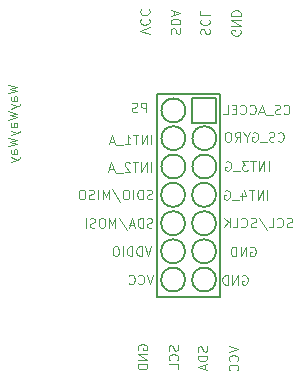
<source format=gbr>
%TF.GenerationSoftware,KiCad,Pcbnew,7.0.9*%
%TF.CreationDate,2024-01-29T17:54:31+11:00*%
%TF.ProjectId,BMI088_IMU_PCB,424d4930-3838-45f4-994d-555f5043422e,rev?*%
%TF.SameCoordinates,Original*%
%TF.FileFunction,Legend,Bot*%
%TF.FilePolarity,Positive*%
%FSLAX46Y46*%
G04 Gerber Fmt 4.6, Leading zero omitted, Abs format (unit mm)*
G04 Created by KiCad (PCBNEW 7.0.9) date 2024-01-29 17:54:31*
%MOMM*%
%LPD*%
G01*
G04 APERTURE LIST*
%ADD10C,0.100000*%
%ADD11C,0.150000*%
G04 APERTURE END LIST*
D10*
X52576895Y-46690074D02*
X53376895Y-46880550D01*
X53376895Y-46880550D02*
X52805466Y-47032931D01*
X52805466Y-47032931D02*
X53376895Y-47185312D01*
X53376895Y-47185312D02*
X52576895Y-47375789D01*
X53376895Y-48023408D02*
X52957847Y-48023408D01*
X52957847Y-48023408D02*
X52881657Y-47985313D01*
X52881657Y-47985313D02*
X52843561Y-47909122D01*
X52843561Y-47909122D02*
X52843561Y-47756741D01*
X52843561Y-47756741D02*
X52881657Y-47680551D01*
X53338800Y-48023408D02*
X53376895Y-47947217D01*
X53376895Y-47947217D02*
X53376895Y-47756741D01*
X53376895Y-47756741D02*
X53338800Y-47680551D01*
X53338800Y-47680551D02*
X53262609Y-47642455D01*
X53262609Y-47642455D02*
X53186419Y-47642455D01*
X53186419Y-47642455D02*
X53110228Y-47680551D01*
X53110228Y-47680551D02*
X53072133Y-47756741D01*
X53072133Y-47756741D02*
X53072133Y-47947217D01*
X53072133Y-47947217D02*
X53034038Y-48023408D01*
X52843561Y-48328170D02*
X53376895Y-48518646D01*
X52843561Y-48709123D02*
X53376895Y-48518646D01*
X53376895Y-48518646D02*
X53567371Y-48442456D01*
X53567371Y-48442456D02*
X53605466Y-48404361D01*
X53605466Y-48404361D02*
X53643561Y-48328170D01*
X52576895Y-48937694D02*
X53376895Y-49128170D01*
X53376895Y-49128170D02*
X52805466Y-49280551D01*
X52805466Y-49280551D02*
X53376895Y-49432932D01*
X53376895Y-49432932D02*
X52576895Y-49623409D01*
X53376895Y-50271028D02*
X52957847Y-50271028D01*
X52957847Y-50271028D02*
X52881657Y-50232933D01*
X52881657Y-50232933D02*
X52843561Y-50156742D01*
X52843561Y-50156742D02*
X52843561Y-50004361D01*
X52843561Y-50004361D02*
X52881657Y-49928171D01*
X53338800Y-50271028D02*
X53376895Y-50194837D01*
X53376895Y-50194837D02*
X53376895Y-50004361D01*
X53376895Y-50004361D02*
X53338800Y-49928171D01*
X53338800Y-49928171D02*
X53262609Y-49890075D01*
X53262609Y-49890075D02*
X53186419Y-49890075D01*
X53186419Y-49890075D02*
X53110228Y-49928171D01*
X53110228Y-49928171D02*
X53072133Y-50004361D01*
X53072133Y-50004361D02*
X53072133Y-50194837D01*
X53072133Y-50194837D02*
X53034038Y-50271028D01*
X52843561Y-50575790D02*
X53376895Y-50766266D01*
X52843561Y-50956743D02*
X53376895Y-50766266D01*
X53376895Y-50766266D02*
X53567371Y-50690076D01*
X53567371Y-50690076D02*
X53605466Y-50651981D01*
X53605466Y-50651981D02*
X53643561Y-50575790D01*
X52576895Y-51185314D02*
X53376895Y-51375790D01*
X53376895Y-51375790D02*
X52805466Y-51528171D01*
X52805466Y-51528171D02*
X53376895Y-51680552D01*
X53376895Y-51680552D02*
X52576895Y-51871029D01*
X53376895Y-52518648D02*
X52957847Y-52518648D01*
X52957847Y-52518648D02*
X52881657Y-52480553D01*
X52881657Y-52480553D02*
X52843561Y-52404362D01*
X52843561Y-52404362D02*
X52843561Y-52251981D01*
X52843561Y-52251981D02*
X52881657Y-52175791D01*
X53338800Y-52518648D02*
X53376895Y-52442457D01*
X53376895Y-52442457D02*
X53376895Y-52251981D01*
X53376895Y-52251981D02*
X53338800Y-52175791D01*
X53338800Y-52175791D02*
X53262609Y-52137695D01*
X53262609Y-52137695D02*
X53186419Y-52137695D01*
X53186419Y-52137695D02*
X53110228Y-52175791D01*
X53110228Y-52175791D02*
X53072133Y-52251981D01*
X53072133Y-52251981D02*
X53072133Y-52442457D01*
X53072133Y-52442457D02*
X53034038Y-52518648D01*
X52843561Y-52823410D02*
X53376895Y-53013886D01*
X52843561Y-53204363D02*
X53376895Y-53013886D01*
X53376895Y-53013886D02*
X53567371Y-52937696D01*
X53567371Y-52937696D02*
X53605466Y-52899601D01*
X53605466Y-52899601D02*
X53643561Y-52823410D01*
D11*
X67587423Y-56000000D02*
G75*
G03*
X67587423Y-56000000I-1012423J0D01*
G01*
X70212423Y-58400000D02*
G75*
G03*
X70212423Y-58400000I-1012423J0D01*
G01*
X67612423Y-48850000D02*
G75*
G03*
X67612423Y-48850000I-1012423J0D01*
G01*
X67587423Y-58400000D02*
G75*
G03*
X67587423Y-58400000I-1012423J0D01*
G01*
X67587423Y-63175000D02*
G75*
G03*
X67587423Y-63175000I-1012423J0D01*
G01*
X70237423Y-51200000D02*
G75*
G03*
X70237423Y-51200000I-1012423J0D01*
G01*
X70237423Y-53600000D02*
G75*
G03*
X70237423Y-53600000I-1012423J0D01*
G01*
X68150000Y-47810000D02*
X70250000Y-47810000D01*
X70250000Y-49890000D01*
X68150000Y-49890000D01*
X68150000Y-47810000D01*
X70212423Y-56000000D02*
G75*
G03*
X70212423Y-56000000I-1012423J0D01*
G01*
X67612423Y-51200000D02*
G75*
G03*
X67612423Y-51200000I-1012423J0D01*
G01*
X65225000Y-47450000D02*
X70575000Y-47450000D01*
X70575000Y-64675000D01*
X65225000Y-64675000D01*
X65225000Y-47450000D01*
X70212423Y-63175000D02*
G75*
G03*
X70212423Y-63175000I-1012423J0D01*
G01*
X67612423Y-53600000D02*
G75*
G03*
X67612423Y-53600000I-1012423J0D01*
G01*
X70212423Y-60775000D02*
G75*
G03*
X70212423Y-60775000I-1012423J0D01*
G01*
X67587423Y-60775000D02*
G75*
G03*
X67587423Y-60775000I-1012423J0D01*
G01*
D10*
X64713734Y-54046895D02*
X64713734Y-53246895D01*
X64332782Y-54046895D02*
X64332782Y-53246895D01*
X64332782Y-53246895D02*
X63875639Y-54046895D01*
X63875639Y-54046895D02*
X63875639Y-53246895D01*
X63608973Y-53246895D02*
X63151830Y-53246895D01*
X63380402Y-54046895D02*
X63380402Y-53246895D01*
X62923259Y-53323085D02*
X62885163Y-53284990D01*
X62885163Y-53284990D02*
X62808973Y-53246895D01*
X62808973Y-53246895D02*
X62618497Y-53246895D01*
X62618497Y-53246895D02*
X62542306Y-53284990D01*
X62542306Y-53284990D02*
X62504211Y-53323085D01*
X62504211Y-53323085D02*
X62466116Y-53399276D01*
X62466116Y-53399276D02*
X62466116Y-53475466D01*
X62466116Y-53475466D02*
X62504211Y-53589752D01*
X62504211Y-53589752D02*
X62961354Y-54046895D01*
X62961354Y-54046895D02*
X62466116Y-54046895D01*
X62313735Y-54123085D02*
X61704211Y-54123085D01*
X61551830Y-53818323D02*
X61170877Y-53818323D01*
X61628020Y-54046895D02*
X61361353Y-53246895D01*
X61361353Y-53246895D02*
X61094687Y-54046895D01*
X74563734Y-56396895D02*
X74563734Y-55596895D01*
X74182782Y-56396895D02*
X74182782Y-55596895D01*
X74182782Y-55596895D02*
X73725639Y-56396895D01*
X73725639Y-56396895D02*
X73725639Y-55596895D01*
X73458973Y-55596895D02*
X73001830Y-55596895D01*
X73230402Y-56396895D02*
X73230402Y-55596895D01*
X72392306Y-55863561D02*
X72392306Y-56396895D01*
X72582782Y-55558800D02*
X72773259Y-56130228D01*
X72773259Y-56130228D02*
X72278020Y-56130228D01*
X72163735Y-56473085D02*
X71554211Y-56473085D01*
X70944687Y-55634990D02*
X71020877Y-55596895D01*
X71020877Y-55596895D02*
X71135163Y-55596895D01*
X71135163Y-55596895D02*
X71249449Y-55634990D01*
X71249449Y-55634990D02*
X71325639Y-55711180D01*
X71325639Y-55711180D02*
X71363734Y-55787371D01*
X71363734Y-55787371D02*
X71401830Y-55939752D01*
X71401830Y-55939752D02*
X71401830Y-56054038D01*
X71401830Y-56054038D02*
X71363734Y-56206419D01*
X71363734Y-56206419D02*
X71325639Y-56282609D01*
X71325639Y-56282609D02*
X71249449Y-56358800D01*
X71249449Y-56358800D02*
X71135163Y-56396895D01*
X71135163Y-56396895D02*
X71058972Y-56396895D01*
X71058972Y-56396895D02*
X70944687Y-56358800D01*
X70944687Y-56358800D02*
X70906591Y-56320704D01*
X70906591Y-56320704D02*
X70906591Y-56054038D01*
X70906591Y-56054038D02*
X71058972Y-56054038D01*
X64583104Y-42358020D02*
X63783104Y-42091353D01*
X63783104Y-42091353D02*
X64583104Y-41824687D01*
X63859295Y-41100877D02*
X63821200Y-41138973D01*
X63821200Y-41138973D02*
X63783104Y-41253258D01*
X63783104Y-41253258D02*
X63783104Y-41329449D01*
X63783104Y-41329449D02*
X63821200Y-41443735D01*
X63821200Y-41443735D02*
X63897390Y-41519925D01*
X63897390Y-41519925D02*
X63973580Y-41558020D01*
X63973580Y-41558020D02*
X64125961Y-41596116D01*
X64125961Y-41596116D02*
X64240247Y-41596116D01*
X64240247Y-41596116D02*
X64392628Y-41558020D01*
X64392628Y-41558020D02*
X64468819Y-41519925D01*
X64468819Y-41519925D02*
X64545009Y-41443735D01*
X64545009Y-41443735D02*
X64583104Y-41329449D01*
X64583104Y-41329449D02*
X64583104Y-41253258D01*
X64583104Y-41253258D02*
X64545009Y-41138973D01*
X64545009Y-41138973D02*
X64506914Y-41100877D01*
X63859295Y-40300877D02*
X63821200Y-40338973D01*
X63821200Y-40338973D02*
X63783104Y-40453258D01*
X63783104Y-40453258D02*
X63783104Y-40529449D01*
X63783104Y-40529449D02*
X63821200Y-40643735D01*
X63821200Y-40643735D02*
X63897390Y-40719925D01*
X63897390Y-40719925D02*
X63973580Y-40758020D01*
X63973580Y-40758020D02*
X64125961Y-40796116D01*
X64125961Y-40796116D02*
X64240247Y-40796116D01*
X64240247Y-40796116D02*
X64392628Y-40758020D01*
X64392628Y-40758020D02*
X64468819Y-40719925D01*
X64468819Y-40719925D02*
X64545009Y-40643735D01*
X64545009Y-40643735D02*
X64583104Y-40529449D01*
X64583104Y-40529449D02*
X64583104Y-40453258D01*
X64583104Y-40453258D02*
X64545009Y-40338973D01*
X64545009Y-40338973D02*
X64506914Y-40300877D01*
X69438800Y-68818169D02*
X69476895Y-68932455D01*
X69476895Y-68932455D02*
X69476895Y-69122931D01*
X69476895Y-69122931D02*
X69438800Y-69199122D01*
X69438800Y-69199122D02*
X69400704Y-69237217D01*
X69400704Y-69237217D02*
X69324514Y-69275312D01*
X69324514Y-69275312D02*
X69248323Y-69275312D01*
X69248323Y-69275312D02*
X69172133Y-69237217D01*
X69172133Y-69237217D02*
X69134038Y-69199122D01*
X69134038Y-69199122D02*
X69095942Y-69122931D01*
X69095942Y-69122931D02*
X69057847Y-68970550D01*
X69057847Y-68970550D02*
X69019752Y-68894360D01*
X69019752Y-68894360D02*
X68981657Y-68856265D01*
X68981657Y-68856265D02*
X68905466Y-68818169D01*
X68905466Y-68818169D02*
X68829276Y-68818169D01*
X68829276Y-68818169D02*
X68753085Y-68856265D01*
X68753085Y-68856265D02*
X68714990Y-68894360D01*
X68714990Y-68894360D02*
X68676895Y-68970550D01*
X68676895Y-68970550D02*
X68676895Y-69161027D01*
X68676895Y-69161027D02*
X68714990Y-69275312D01*
X69476895Y-69618170D02*
X68676895Y-69618170D01*
X68676895Y-69618170D02*
X68676895Y-69808646D01*
X68676895Y-69808646D02*
X68714990Y-69922932D01*
X68714990Y-69922932D02*
X68791180Y-69999122D01*
X68791180Y-69999122D02*
X68867371Y-70037217D01*
X68867371Y-70037217D02*
X69019752Y-70075313D01*
X69019752Y-70075313D02*
X69134038Y-70075313D01*
X69134038Y-70075313D02*
X69286419Y-70037217D01*
X69286419Y-70037217D02*
X69362609Y-69999122D01*
X69362609Y-69999122D02*
X69438800Y-69922932D01*
X69438800Y-69922932D02*
X69476895Y-69808646D01*
X69476895Y-69808646D02*
X69476895Y-69618170D01*
X69248323Y-70380074D02*
X69248323Y-70761027D01*
X69476895Y-70303884D02*
X68676895Y-70570551D01*
X68676895Y-70570551D02*
X69476895Y-70837217D01*
X71296895Y-68801979D02*
X72096895Y-69068646D01*
X72096895Y-69068646D02*
X71296895Y-69335312D01*
X72020704Y-70059122D02*
X72058800Y-70021026D01*
X72058800Y-70021026D02*
X72096895Y-69906741D01*
X72096895Y-69906741D02*
X72096895Y-69830550D01*
X72096895Y-69830550D02*
X72058800Y-69716264D01*
X72058800Y-69716264D02*
X71982609Y-69640074D01*
X71982609Y-69640074D02*
X71906419Y-69601979D01*
X71906419Y-69601979D02*
X71754038Y-69563883D01*
X71754038Y-69563883D02*
X71639752Y-69563883D01*
X71639752Y-69563883D02*
X71487371Y-69601979D01*
X71487371Y-69601979D02*
X71411180Y-69640074D01*
X71411180Y-69640074D02*
X71334990Y-69716264D01*
X71334990Y-69716264D02*
X71296895Y-69830550D01*
X71296895Y-69830550D02*
X71296895Y-69906741D01*
X71296895Y-69906741D02*
X71334990Y-70021026D01*
X71334990Y-70021026D02*
X71373085Y-70059122D01*
X72020704Y-70859122D02*
X72058800Y-70821026D01*
X72058800Y-70821026D02*
X72096895Y-70706741D01*
X72096895Y-70706741D02*
X72096895Y-70630550D01*
X72096895Y-70630550D02*
X72058800Y-70516264D01*
X72058800Y-70516264D02*
X71982609Y-70440074D01*
X71982609Y-70440074D02*
X71906419Y-70401979D01*
X71906419Y-70401979D02*
X71754038Y-70363883D01*
X71754038Y-70363883D02*
X71639752Y-70363883D01*
X71639752Y-70363883D02*
X71487371Y-70401979D01*
X71487371Y-70401979D02*
X71411180Y-70440074D01*
X71411180Y-70440074D02*
X71334990Y-70516264D01*
X71334990Y-70516264D02*
X71296895Y-70630550D01*
X71296895Y-70630550D02*
X71296895Y-70706741D01*
X71296895Y-70706741D02*
X71334990Y-70821026D01*
X71334990Y-70821026D02*
X71373085Y-70859122D01*
X64821830Y-58733800D02*
X64707544Y-58771895D01*
X64707544Y-58771895D02*
X64517068Y-58771895D01*
X64517068Y-58771895D02*
X64440877Y-58733800D01*
X64440877Y-58733800D02*
X64402782Y-58695704D01*
X64402782Y-58695704D02*
X64364687Y-58619514D01*
X64364687Y-58619514D02*
X64364687Y-58543323D01*
X64364687Y-58543323D02*
X64402782Y-58467133D01*
X64402782Y-58467133D02*
X64440877Y-58429038D01*
X64440877Y-58429038D02*
X64517068Y-58390942D01*
X64517068Y-58390942D02*
X64669449Y-58352847D01*
X64669449Y-58352847D02*
X64745639Y-58314752D01*
X64745639Y-58314752D02*
X64783734Y-58276657D01*
X64783734Y-58276657D02*
X64821830Y-58200466D01*
X64821830Y-58200466D02*
X64821830Y-58124276D01*
X64821830Y-58124276D02*
X64783734Y-58048085D01*
X64783734Y-58048085D02*
X64745639Y-58009990D01*
X64745639Y-58009990D02*
X64669449Y-57971895D01*
X64669449Y-57971895D02*
X64478972Y-57971895D01*
X64478972Y-57971895D02*
X64364687Y-58009990D01*
X64021829Y-58771895D02*
X64021829Y-57971895D01*
X64021829Y-57971895D02*
X63831353Y-57971895D01*
X63831353Y-57971895D02*
X63717067Y-58009990D01*
X63717067Y-58009990D02*
X63640877Y-58086180D01*
X63640877Y-58086180D02*
X63602782Y-58162371D01*
X63602782Y-58162371D02*
X63564686Y-58314752D01*
X63564686Y-58314752D02*
X63564686Y-58429038D01*
X63564686Y-58429038D02*
X63602782Y-58581419D01*
X63602782Y-58581419D02*
X63640877Y-58657609D01*
X63640877Y-58657609D02*
X63717067Y-58733800D01*
X63717067Y-58733800D02*
X63831353Y-58771895D01*
X63831353Y-58771895D02*
X64021829Y-58771895D01*
X63259925Y-58543323D02*
X62878972Y-58543323D01*
X63336115Y-58771895D02*
X63069448Y-57971895D01*
X63069448Y-57971895D02*
X62802782Y-58771895D01*
X61964687Y-57933800D02*
X62650401Y-58962371D01*
X61698020Y-58771895D02*
X61698020Y-57971895D01*
X61698020Y-57971895D02*
X61431354Y-58543323D01*
X61431354Y-58543323D02*
X61164687Y-57971895D01*
X61164687Y-57971895D02*
X61164687Y-58771895D01*
X60631353Y-57971895D02*
X60478972Y-57971895D01*
X60478972Y-57971895D02*
X60402782Y-58009990D01*
X60402782Y-58009990D02*
X60326591Y-58086180D01*
X60326591Y-58086180D02*
X60288496Y-58238561D01*
X60288496Y-58238561D02*
X60288496Y-58505228D01*
X60288496Y-58505228D02*
X60326591Y-58657609D01*
X60326591Y-58657609D02*
X60402782Y-58733800D01*
X60402782Y-58733800D02*
X60478972Y-58771895D01*
X60478972Y-58771895D02*
X60631353Y-58771895D01*
X60631353Y-58771895D02*
X60707544Y-58733800D01*
X60707544Y-58733800D02*
X60783734Y-58657609D01*
X60783734Y-58657609D02*
X60821830Y-58505228D01*
X60821830Y-58505228D02*
X60821830Y-58238561D01*
X60821830Y-58238561D02*
X60783734Y-58086180D01*
X60783734Y-58086180D02*
X60707544Y-58009990D01*
X60707544Y-58009990D02*
X60631353Y-57971895D01*
X59983735Y-58733800D02*
X59869449Y-58771895D01*
X59869449Y-58771895D02*
X59678973Y-58771895D01*
X59678973Y-58771895D02*
X59602782Y-58733800D01*
X59602782Y-58733800D02*
X59564687Y-58695704D01*
X59564687Y-58695704D02*
X59526592Y-58619514D01*
X59526592Y-58619514D02*
X59526592Y-58543323D01*
X59526592Y-58543323D02*
X59564687Y-58467133D01*
X59564687Y-58467133D02*
X59602782Y-58429038D01*
X59602782Y-58429038D02*
X59678973Y-58390942D01*
X59678973Y-58390942D02*
X59831354Y-58352847D01*
X59831354Y-58352847D02*
X59907544Y-58314752D01*
X59907544Y-58314752D02*
X59945639Y-58276657D01*
X59945639Y-58276657D02*
X59983735Y-58200466D01*
X59983735Y-58200466D02*
X59983735Y-58124276D01*
X59983735Y-58124276D02*
X59945639Y-58048085D01*
X59945639Y-58048085D02*
X59907544Y-58009990D01*
X59907544Y-58009990D02*
X59831354Y-57971895D01*
X59831354Y-57971895D02*
X59640877Y-57971895D01*
X59640877Y-57971895D02*
X59526592Y-58009990D01*
X59183734Y-58771895D02*
X59183734Y-57971895D01*
X72275009Y-42054687D02*
X72313104Y-42130877D01*
X72313104Y-42130877D02*
X72313104Y-42245163D01*
X72313104Y-42245163D02*
X72275009Y-42359449D01*
X72275009Y-42359449D02*
X72198819Y-42435639D01*
X72198819Y-42435639D02*
X72122628Y-42473734D01*
X72122628Y-42473734D02*
X71970247Y-42511830D01*
X71970247Y-42511830D02*
X71855961Y-42511830D01*
X71855961Y-42511830D02*
X71703580Y-42473734D01*
X71703580Y-42473734D02*
X71627390Y-42435639D01*
X71627390Y-42435639D02*
X71551200Y-42359449D01*
X71551200Y-42359449D02*
X71513104Y-42245163D01*
X71513104Y-42245163D02*
X71513104Y-42168972D01*
X71513104Y-42168972D02*
X71551200Y-42054687D01*
X71551200Y-42054687D02*
X71589295Y-42016591D01*
X71589295Y-42016591D02*
X71855961Y-42016591D01*
X71855961Y-42016591D02*
X71855961Y-42168972D01*
X71513104Y-41673734D02*
X72313104Y-41673734D01*
X72313104Y-41673734D02*
X71513104Y-41216591D01*
X71513104Y-41216591D02*
X72313104Y-41216591D01*
X71513104Y-40835639D02*
X72313104Y-40835639D01*
X72313104Y-40835639D02*
X72313104Y-40645163D01*
X72313104Y-40645163D02*
X72275009Y-40530877D01*
X72275009Y-40530877D02*
X72198819Y-40454687D01*
X72198819Y-40454687D02*
X72122628Y-40416592D01*
X72122628Y-40416592D02*
X71970247Y-40378496D01*
X71970247Y-40378496D02*
X71855961Y-40378496D01*
X71855961Y-40378496D02*
X71703580Y-40416592D01*
X71703580Y-40416592D02*
X71627390Y-40454687D01*
X71627390Y-40454687D02*
X71551200Y-40530877D01*
X71551200Y-40530877D02*
X71513104Y-40645163D01*
X71513104Y-40645163D02*
X71513104Y-40835639D01*
X64743734Y-51731895D02*
X64743734Y-50931895D01*
X64362782Y-51731895D02*
X64362782Y-50931895D01*
X64362782Y-50931895D02*
X63905639Y-51731895D01*
X63905639Y-51731895D02*
X63905639Y-50931895D01*
X63638973Y-50931895D02*
X63181830Y-50931895D01*
X63410402Y-51731895D02*
X63410402Y-50931895D01*
X62496116Y-51731895D02*
X62953259Y-51731895D01*
X62724687Y-51731895D02*
X62724687Y-50931895D01*
X62724687Y-50931895D02*
X62800878Y-51046180D01*
X62800878Y-51046180D02*
X62877068Y-51122371D01*
X62877068Y-51122371D02*
X62953259Y-51160466D01*
X62343735Y-51808085D02*
X61734211Y-51808085D01*
X61581830Y-51503323D02*
X61200877Y-51503323D01*
X61658020Y-51731895D02*
X61391353Y-50931895D01*
X61391353Y-50931895D02*
X61124687Y-51731895D01*
X64883020Y-62771895D02*
X64616353Y-63571895D01*
X64616353Y-63571895D02*
X64349687Y-62771895D01*
X63625877Y-63495704D02*
X63663973Y-63533800D01*
X63663973Y-63533800D02*
X63778258Y-63571895D01*
X63778258Y-63571895D02*
X63854449Y-63571895D01*
X63854449Y-63571895D02*
X63968735Y-63533800D01*
X63968735Y-63533800D02*
X64044925Y-63457609D01*
X64044925Y-63457609D02*
X64083020Y-63381419D01*
X64083020Y-63381419D02*
X64121116Y-63229038D01*
X64121116Y-63229038D02*
X64121116Y-63114752D01*
X64121116Y-63114752D02*
X64083020Y-62962371D01*
X64083020Y-62962371D02*
X64044925Y-62886180D01*
X64044925Y-62886180D02*
X63968735Y-62809990D01*
X63968735Y-62809990D02*
X63854449Y-62771895D01*
X63854449Y-62771895D02*
X63778258Y-62771895D01*
X63778258Y-62771895D02*
X63663973Y-62809990D01*
X63663973Y-62809990D02*
X63625877Y-62848085D01*
X62825877Y-63495704D02*
X62863973Y-63533800D01*
X62863973Y-63533800D02*
X62978258Y-63571895D01*
X62978258Y-63571895D02*
X63054449Y-63571895D01*
X63054449Y-63571895D02*
X63168735Y-63533800D01*
X63168735Y-63533800D02*
X63244925Y-63457609D01*
X63244925Y-63457609D02*
X63283020Y-63381419D01*
X63283020Y-63381419D02*
X63321116Y-63229038D01*
X63321116Y-63229038D02*
X63321116Y-63114752D01*
X63321116Y-63114752D02*
X63283020Y-62962371D01*
X63283020Y-62962371D02*
X63244925Y-62886180D01*
X63244925Y-62886180D02*
X63168735Y-62809990D01*
X63168735Y-62809990D02*
X63054449Y-62771895D01*
X63054449Y-62771895D02*
X62978258Y-62771895D01*
X62978258Y-62771895D02*
X62863973Y-62809990D01*
X62863973Y-62809990D02*
X62825877Y-62848085D01*
X75936591Y-49100704D02*
X75974687Y-49138800D01*
X75974687Y-49138800D02*
X76088972Y-49176895D01*
X76088972Y-49176895D02*
X76165163Y-49176895D01*
X76165163Y-49176895D02*
X76279449Y-49138800D01*
X76279449Y-49138800D02*
X76355639Y-49062609D01*
X76355639Y-49062609D02*
X76393734Y-48986419D01*
X76393734Y-48986419D02*
X76431830Y-48834038D01*
X76431830Y-48834038D02*
X76431830Y-48719752D01*
X76431830Y-48719752D02*
X76393734Y-48567371D01*
X76393734Y-48567371D02*
X76355639Y-48491180D01*
X76355639Y-48491180D02*
X76279449Y-48414990D01*
X76279449Y-48414990D02*
X76165163Y-48376895D01*
X76165163Y-48376895D02*
X76088972Y-48376895D01*
X76088972Y-48376895D02*
X75974687Y-48414990D01*
X75974687Y-48414990D02*
X75936591Y-48453085D01*
X75631830Y-49138800D02*
X75517544Y-49176895D01*
X75517544Y-49176895D02*
X75327068Y-49176895D01*
X75327068Y-49176895D02*
X75250877Y-49138800D01*
X75250877Y-49138800D02*
X75212782Y-49100704D01*
X75212782Y-49100704D02*
X75174687Y-49024514D01*
X75174687Y-49024514D02*
X75174687Y-48948323D01*
X75174687Y-48948323D02*
X75212782Y-48872133D01*
X75212782Y-48872133D02*
X75250877Y-48834038D01*
X75250877Y-48834038D02*
X75327068Y-48795942D01*
X75327068Y-48795942D02*
X75479449Y-48757847D01*
X75479449Y-48757847D02*
X75555639Y-48719752D01*
X75555639Y-48719752D02*
X75593734Y-48681657D01*
X75593734Y-48681657D02*
X75631830Y-48605466D01*
X75631830Y-48605466D02*
X75631830Y-48529276D01*
X75631830Y-48529276D02*
X75593734Y-48453085D01*
X75593734Y-48453085D02*
X75555639Y-48414990D01*
X75555639Y-48414990D02*
X75479449Y-48376895D01*
X75479449Y-48376895D02*
X75288972Y-48376895D01*
X75288972Y-48376895D02*
X75174687Y-48414990D01*
X75022306Y-49253085D02*
X74412782Y-49253085D01*
X74260401Y-48948323D02*
X73879448Y-48948323D01*
X74336591Y-49176895D02*
X74069924Y-48376895D01*
X74069924Y-48376895D02*
X73803258Y-49176895D01*
X73079448Y-49100704D02*
X73117544Y-49138800D01*
X73117544Y-49138800D02*
X73231829Y-49176895D01*
X73231829Y-49176895D02*
X73308020Y-49176895D01*
X73308020Y-49176895D02*
X73422306Y-49138800D01*
X73422306Y-49138800D02*
X73498496Y-49062609D01*
X73498496Y-49062609D02*
X73536591Y-48986419D01*
X73536591Y-48986419D02*
X73574687Y-48834038D01*
X73574687Y-48834038D02*
X73574687Y-48719752D01*
X73574687Y-48719752D02*
X73536591Y-48567371D01*
X73536591Y-48567371D02*
X73498496Y-48491180D01*
X73498496Y-48491180D02*
X73422306Y-48414990D01*
X73422306Y-48414990D02*
X73308020Y-48376895D01*
X73308020Y-48376895D02*
X73231829Y-48376895D01*
X73231829Y-48376895D02*
X73117544Y-48414990D01*
X73117544Y-48414990D02*
X73079448Y-48453085D01*
X72279448Y-49100704D02*
X72317544Y-49138800D01*
X72317544Y-49138800D02*
X72431829Y-49176895D01*
X72431829Y-49176895D02*
X72508020Y-49176895D01*
X72508020Y-49176895D02*
X72622306Y-49138800D01*
X72622306Y-49138800D02*
X72698496Y-49062609D01*
X72698496Y-49062609D02*
X72736591Y-48986419D01*
X72736591Y-48986419D02*
X72774687Y-48834038D01*
X72774687Y-48834038D02*
X72774687Y-48719752D01*
X72774687Y-48719752D02*
X72736591Y-48567371D01*
X72736591Y-48567371D02*
X72698496Y-48491180D01*
X72698496Y-48491180D02*
X72622306Y-48414990D01*
X72622306Y-48414990D02*
X72508020Y-48376895D01*
X72508020Y-48376895D02*
X72431829Y-48376895D01*
X72431829Y-48376895D02*
X72317544Y-48414990D01*
X72317544Y-48414990D02*
X72279448Y-48453085D01*
X71936591Y-48757847D02*
X71669925Y-48757847D01*
X71555639Y-49176895D02*
X71936591Y-49176895D01*
X71936591Y-49176895D02*
X71936591Y-48376895D01*
X71936591Y-48376895D02*
X71555639Y-48376895D01*
X70831829Y-49176895D02*
X71212781Y-49176895D01*
X71212781Y-49176895D02*
X71212781Y-48376895D01*
X73124687Y-60424990D02*
X73200877Y-60386895D01*
X73200877Y-60386895D02*
X73315163Y-60386895D01*
X73315163Y-60386895D02*
X73429449Y-60424990D01*
X73429449Y-60424990D02*
X73505639Y-60501180D01*
X73505639Y-60501180D02*
X73543734Y-60577371D01*
X73543734Y-60577371D02*
X73581830Y-60729752D01*
X73581830Y-60729752D02*
X73581830Y-60844038D01*
X73581830Y-60844038D02*
X73543734Y-60996419D01*
X73543734Y-60996419D02*
X73505639Y-61072609D01*
X73505639Y-61072609D02*
X73429449Y-61148800D01*
X73429449Y-61148800D02*
X73315163Y-61186895D01*
X73315163Y-61186895D02*
X73238972Y-61186895D01*
X73238972Y-61186895D02*
X73124687Y-61148800D01*
X73124687Y-61148800D02*
X73086591Y-61110704D01*
X73086591Y-61110704D02*
X73086591Y-60844038D01*
X73086591Y-60844038D02*
X73238972Y-60844038D01*
X72743734Y-61186895D02*
X72743734Y-60386895D01*
X72743734Y-60386895D02*
X72286591Y-61186895D01*
X72286591Y-61186895D02*
X72286591Y-60386895D01*
X71905639Y-61186895D02*
X71905639Y-60386895D01*
X71905639Y-60386895D02*
X71715163Y-60386895D01*
X71715163Y-60386895D02*
X71600877Y-60424990D01*
X71600877Y-60424990D02*
X71524687Y-60501180D01*
X71524687Y-60501180D02*
X71486592Y-60577371D01*
X71486592Y-60577371D02*
X71448496Y-60729752D01*
X71448496Y-60729752D02*
X71448496Y-60844038D01*
X71448496Y-60844038D02*
X71486592Y-60996419D01*
X71486592Y-60996419D02*
X71524687Y-61072609D01*
X71524687Y-61072609D02*
X71600877Y-61148800D01*
X71600877Y-61148800D02*
X71715163Y-61186895D01*
X71715163Y-61186895D02*
X71905639Y-61186895D01*
X64791830Y-56340800D02*
X64677544Y-56378895D01*
X64677544Y-56378895D02*
X64487068Y-56378895D01*
X64487068Y-56378895D02*
X64410877Y-56340800D01*
X64410877Y-56340800D02*
X64372782Y-56302704D01*
X64372782Y-56302704D02*
X64334687Y-56226514D01*
X64334687Y-56226514D02*
X64334687Y-56150323D01*
X64334687Y-56150323D02*
X64372782Y-56074133D01*
X64372782Y-56074133D02*
X64410877Y-56036038D01*
X64410877Y-56036038D02*
X64487068Y-55997942D01*
X64487068Y-55997942D02*
X64639449Y-55959847D01*
X64639449Y-55959847D02*
X64715639Y-55921752D01*
X64715639Y-55921752D02*
X64753734Y-55883657D01*
X64753734Y-55883657D02*
X64791830Y-55807466D01*
X64791830Y-55807466D02*
X64791830Y-55731276D01*
X64791830Y-55731276D02*
X64753734Y-55655085D01*
X64753734Y-55655085D02*
X64715639Y-55616990D01*
X64715639Y-55616990D02*
X64639449Y-55578895D01*
X64639449Y-55578895D02*
X64448972Y-55578895D01*
X64448972Y-55578895D02*
X64334687Y-55616990D01*
X63991829Y-56378895D02*
X63991829Y-55578895D01*
X63991829Y-55578895D02*
X63801353Y-55578895D01*
X63801353Y-55578895D02*
X63687067Y-55616990D01*
X63687067Y-55616990D02*
X63610877Y-55693180D01*
X63610877Y-55693180D02*
X63572782Y-55769371D01*
X63572782Y-55769371D02*
X63534686Y-55921752D01*
X63534686Y-55921752D02*
X63534686Y-56036038D01*
X63534686Y-56036038D02*
X63572782Y-56188419D01*
X63572782Y-56188419D02*
X63610877Y-56264609D01*
X63610877Y-56264609D02*
X63687067Y-56340800D01*
X63687067Y-56340800D02*
X63801353Y-56378895D01*
X63801353Y-56378895D02*
X63991829Y-56378895D01*
X63191829Y-56378895D02*
X63191829Y-55578895D01*
X62658496Y-55578895D02*
X62506115Y-55578895D01*
X62506115Y-55578895D02*
X62429925Y-55616990D01*
X62429925Y-55616990D02*
X62353734Y-55693180D01*
X62353734Y-55693180D02*
X62315639Y-55845561D01*
X62315639Y-55845561D02*
X62315639Y-56112228D01*
X62315639Y-56112228D02*
X62353734Y-56264609D01*
X62353734Y-56264609D02*
X62429925Y-56340800D01*
X62429925Y-56340800D02*
X62506115Y-56378895D01*
X62506115Y-56378895D02*
X62658496Y-56378895D01*
X62658496Y-56378895D02*
X62734687Y-56340800D01*
X62734687Y-56340800D02*
X62810877Y-56264609D01*
X62810877Y-56264609D02*
X62848973Y-56112228D01*
X62848973Y-56112228D02*
X62848973Y-55845561D01*
X62848973Y-55845561D02*
X62810877Y-55693180D01*
X62810877Y-55693180D02*
X62734687Y-55616990D01*
X62734687Y-55616990D02*
X62658496Y-55578895D01*
X61401354Y-55540800D02*
X62087068Y-56569371D01*
X61134687Y-56378895D02*
X61134687Y-55578895D01*
X61134687Y-55578895D02*
X60868021Y-56150323D01*
X60868021Y-56150323D02*
X60601354Y-55578895D01*
X60601354Y-55578895D02*
X60601354Y-56378895D01*
X60220401Y-56378895D02*
X60220401Y-55578895D01*
X59877545Y-56340800D02*
X59763259Y-56378895D01*
X59763259Y-56378895D02*
X59572783Y-56378895D01*
X59572783Y-56378895D02*
X59496592Y-56340800D01*
X59496592Y-56340800D02*
X59458497Y-56302704D01*
X59458497Y-56302704D02*
X59420402Y-56226514D01*
X59420402Y-56226514D02*
X59420402Y-56150323D01*
X59420402Y-56150323D02*
X59458497Y-56074133D01*
X59458497Y-56074133D02*
X59496592Y-56036038D01*
X59496592Y-56036038D02*
X59572783Y-55997942D01*
X59572783Y-55997942D02*
X59725164Y-55959847D01*
X59725164Y-55959847D02*
X59801354Y-55921752D01*
X59801354Y-55921752D02*
X59839449Y-55883657D01*
X59839449Y-55883657D02*
X59877545Y-55807466D01*
X59877545Y-55807466D02*
X59877545Y-55731276D01*
X59877545Y-55731276D02*
X59839449Y-55655085D01*
X59839449Y-55655085D02*
X59801354Y-55616990D01*
X59801354Y-55616990D02*
X59725164Y-55578895D01*
X59725164Y-55578895D02*
X59534687Y-55578895D01*
X59534687Y-55578895D02*
X59420402Y-55616990D01*
X58925163Y-55578895D02*
X58772782Y-55578895D01*
X58772782Y-55578895D02*
X58696592Y-55616990D01*
X58696592Y-55616990D02*
X58620401Y-55693180D01*
X58620401Y-55693180D02*
X58582306Y-55845561D01*
X58582306Y-55845561D02*
X58582306Y-56112228D01*
X58582306Y-56112228D02*
X58620401Y-56264609D01*
X58620401Y-56264609D02*
X58696592Y-56340800D01*
X58696592Y-56340800D02*
X58772782Y-56378895D01*
X58772782Y-56378895D02*
X58925163Y-56378895D01*
X58925163Y-56378895D02*
X59001354Y-56340800D01*
X59001354Y-56340800D02*
X59077544Y-56264609D01*
X59077544Y-56264609D02*
X59115640Y-56112228D01*
X59115640Y-56112228D02*
X59115640Y-55845561D01*
X59115640Y-55845561D02*
X59077544Y-55693180D01*
X59077544Y-55693180D02*
X59001354Y-55616990D01*
X59001354Y-55616990D02*
X58925163Y-55578895D01*
X76661830Y-58720800D02*
X76547544Y-58758895D01*
X76547544Y-58758895D02*
X76357068Y-58758895D01*
X76357068Y-58758895D02*
X76280877Y-58720800D01*
X76280877Y-58720800D02*
X76242782Y-58682704D01*
X76242782Y-58682704D02*
X76204687Y-58606514D01*
X76204687Y-58606514D02*
X76204687Y-58530323D01*
X76204687Y-58530323D02*
X76242782Y-58454133D01*
X76242782Y-58454133D02*
X76280877Y-58416038D01*
X76280877Y-58416038D02*
X76357068Y-58377942D01*
X76357068Y-58377942D02*
X76509449Y-58339847D01*
X76509449Y-58339847D02*
X76585639Y-58301752D01*
X76585639Y-58301752D02*
X76623734Y-58263657D01*
X76623734Y-58263657D02*
X76661830Y-58187466D01*
X76661830Y-58187466D02*
X76661830Y-58111276D01*
X76661830Y-58111276D02*
X76623734Y-58035085D01*
X76623734Y-58035085D02*
X76585639Y-57996990D01*
X76585639Y-57996990D02*
X76509449Y-57958895D01*
X76509449Y-57958895D02*
X76318972Y-57958895D01*
X76318972Y-57958895D02*
X76204687Y-57996990D01*
X75404686Y-58682704D02*
X75442782Y-58720800D01*
X75442782Y-58720800D02*
X75557067Y-58758895D01*
X75557067Y-58758895D02*
X75633258Y-58758895D01*
X75633258Y-58758895D02*
X75747544Y-58720800D01*
X75747544Y-58720800D02*
X75823734Y-58644609D01*
X75823734Y-58644609D02*
X75861829Y-58568419D01*
X75861829Y-58568419D02*
X75899925Y-58416038D01*
X75899925Y-58416038D02*
X75899925Y-58301752D01*
X75899925Y-58301752D02*
X75861829Y-58149371D01*
X75861829Y-58149371D02*
X75823734Y-58073180D01*
X75823734Y-58073180D02*
X75747544Y-57996990D01*
X75747544Y-57996990D02*
X75633258Y-57958895D01*
X75633258Y-57958895D02*
X75557067Y-57958895D01*
X75557067Y-57958895D02*
X75442782Y-57996990D01*
X75442782Y-57996990D02*
X75404686Y-58035085D01*
X74680877Y-58758895D02*
X75061829Y-58758895D01*
X75061829Y-58758895D02*
X75061829Y-57958895D01*
X73842782Y-57920800D02*
X74528496Y-58949371D01*
X73614211Y-58720800D02*
X73499925Y-58758895D01*
X73499925Y-58758895D02*
X73309449Y-58758895D01*
X73309449Y-58758895D02*
X73233258Y-58720800D01*
X73233258Y-58720800D02*
X73195163Y-58682704D01*
X73195163Y-58682704D02*
X73157068Y-58606514D01*
X73157068Y-58606514D02*
X73157068Y-58530323D01*
X73157068Y-58530323D02*
X73195163Y-58454133D01*
X73195163Y-58454133D02*
X73233258Y-58416038D01*
X73233258Y-58416038D02*
X73309449Y-58377942D01*
X73309449Y-58377942D02*
X73461830Y-58339847D01*
X73461830Y-58339847D02*
X73538020Y-58301752D01*
X73538020Y-58301752D02*
X73576115Y-58263657D01*
X73576115Y-58263657D02*
X73614211Y-58187466D01*
X73614211Y-58187466D02*
X73614211Y-58111276D01*
X73614211Y-58111276D02*
X73576115Y-58035085D01*
X73576115Y-58035085D02*
X73538020Y-57996990D01*
X73538020Y-57996990D02*
X73461830Y-57958895D01*
X73461830Y-57958895D02*
X73271353Y-57958895D01*
X73271353Y-57958895D02*
X73157068Y-57996990D01*
X72357067Y-58682704D02*
X72395163Y-58720800D01*
X72395163Y-58720800D02*
X72509448Y-58758895D01*
X72509448Y-58758895D02*
X72585639Y-58758895D01*
X72585639Y-58758895D02*
X72699925Y-58720800D01*
X72699925Y-58720800D02*
X72776115Y-58644609D01*
X72776115Y-58644609D02*
X72814210Y-58568419D01*
X72814210Y-58568419D02*
X72852306Y-58416038D01*
X72852306Y-58416038D02*
X72852306Y-58301752D01*
X72852306Y-58301752D02*
X72814210Y-58149371D01*
X72814210Y-58149371D02*
X72776115Y-58073180D01*
X72776115Y-58073180D02*
X72699925Y-57996990D01*
X72699925Y-57996990D02*
X72585639Y-57958895D01*
X72585639Y-57958895D02*
X72509448Y-57958895D01*
X72509448Y-57958895D02*
X72395163Y-57996990D01*
X72395163Y-57996990D02*
X72357067Y-58035085D01*
X71633258Y-58758895D02*
X72014210Y-58758895D01*
X72014210Y-58758895D02*
X72014210Y-57958895D01*
X71366591Y-58758895D02*
X71366591Y-57958895D01*
X70909448Y-58758895D02*
X71252306Y-58301752D01*
X70909448Y-57958895D02*
X71366591Y-58416038D01*
X74663734Y-53946895D02*
X74663734Y-53146895D01*
X74282782Y-53946895D02*
X74282782Y-53146895D01*
X74282782Y-53146895D02*
X73825639Y-53946895D01*
X73825639Y-53946895D02*
X73825639Y-53146895D01*
X73558973Y-53146895D02*
X73101830Y-53146895D01*
X73330402Y-53946895D02*
X73330402Y-53146895D01*
X72911354Y-53146895D02*
X72416116Y-53146895D01*
X72416116Y-53146895D02*
X72682782Y-53451657D01*
X72682782Y-53451657D02*
X72568497Y-53451657D01*
X72568497Y-53451657D02*
X72492306Y-53489752D01*
X72492306Y-53489752D02*
X72454211Y-53527847D01*
X72454211Y-53527847D02*
X72416116Y-53604038D01*
X72416116Y-53604038D02*
X72416116Y-53794514D01*
X72416116Y-53794514D02*
X72454211Y-53870704D01*
X72454211Y-53870704D02*
X72492306Y-53908800D01*
X72492306Y-53908800D02*
X72568497Y-53946895D01*
X72568497Y-53946895D02*
X72797068Y-53946895D01*
X72797068Y-53946895D02*
X72873259Y-53908800D01*
X72873259Y-53908800D02*
X72911354Y-53870704D01*
X72263735Y-54023085D02*
X71654211Y-54023085D01*
X71044687Y-53184990D02*
X71120877Y-53146895D01*
X71120877Y-53146895D02*
X71235163Y-53146895D01*
X71235163Y-53146895D02*
X71349449Y-53184990D01*
X71349449Y-53184990D02*
X71425639Y-53261180D01*
X71425639Y-53261180D02*
X71463734Y-53337371D01*
X71463734Y-53337371D02*
X71501830Y-53489752D01*
X71501830Y-53489752D02*
X71501830Y-53604038D01*
X71501830Y-53604038D02*
X71463734Y-53756419D01*
X71463734Y-53756419D02*
X71425639Y-53832609D01*
X71425639Y-53832609D02*
X71349449Y-53908800D01*
X71349449Y-53908800D02*
X71235163Y-53946895D01*
X71235163Y-53946895D02*
X71158972Y-53946895D01*
X71158972Y-53946895D02*
X71044687Y-53908800D01*
X71044687Y-53908800D02*
X71006591Y-53870704D01*
X71006591Y-53870704D02*
X71006591Y-53604038D01*
X71006591Y-53604038D02*
X71158972Y-53604038D01*
X64728020Y-60366895D02*
X64461353Y-61166895D01*
X64461353Y-61166895D02*
X64194687Y-60366895D01*
X63928020Y-61166895D02*
X63928020Y-60366895D01*
X63928020Y-60366895D02*
X63737544Y-60366895D01*
X63737544Y-60366895D02*
X63623258Y-60404990D01*
X63623258Y-60404990D02*
X63547068Y-60481180D01*
X63547068Y-60481180D02*
X63508973Y-60557371D01*
X63508973Y-60557371D02*
X63470877Y-60709752D01*
X63470877Y-60709752D02*
X63470877Y-60824038D01*
X63470877Y-60824038D02*
X63508973Y-60976419D01*
X63508973Y-60976419D02*
X63547068Y-61052609D01*
X63547068Y-61052609D02*
X63623258Y-61128800D01*
X63623258Y-61128800D02*
X63737544Y-61166895D01*
X63737544Y-61166895D02*
X63928020Y-61166895D01*
X63128020Y-61166895D02*
X63128020Y-60366895D01*
X63128020Y-60366895D02*
X62937544Y-60366895D01*
X62937544Y-60366895D02*
X62823258Y-60404990D01*
X62823258Y-60404990D02*
X62747068Y-60481180D01*
X62747068Y-60481180D02*
X62708973Y-60557371D01*
X62708973Y-60557371D02*
X62670877Y-60709752D01*
X62670877Y-60709752D02*
X62670877Y-60824038D01*
X62670877Y-60824038D02*
X62708973Y-60976419D01*
X62708973Y-60976419D02*
X62747068Y-61052609D01*
X62747068Y-61052609D02*
X62823258Y-61128800D01*
X62823258Y-61128800D02*
X62937544Y-61166895D01*
X62937544Y-61166895D02*
X63128020Y-61166895D01*
X62328020Y-61166895D02*
X62328020Y-60366895D01*
X61794687Y-60366895D02*
X61642306Y-60366895D01*
X61642306Y-60366895D02*
X61566116Y-60404990D01*
X61566116Y-60404990D02*
X61489925Y-60481180D01*
X61489925Y-60481180D02*
X61451830Y-60633561D01*
X61451830Y-60633561D02*
X61451830Y-60900228D01*
X61451830Y-60900228D02*
X61489925Y-61052609D01*
X61489925Y-61052609D02*
X61566116Y-61128800D01*
X61566116Y-61128800D02*
X61642306Y-61166895D01*
X61642306Y-61166895D02*
X61794687Y-61166895D01*
X61794687Y-61166895D02*
X61870878Y-61128800D01*
X61870878Y-61128800D02*
X61947068Y-61052609D01*
X61947068Y-61052609D02*
X61985164Y-60900228D01*
X61985164Y-60900228D02*
X61985164Y-60633561D01*
X61985164Y-60633561D02*
X61947068Y-60481180D01*
X61947068Y-60481180D02*
X61870878Y-60404990D01*
X61870878Y-60404990D02*
X61794687Y-60366895D01*
X66441200Y-42341830D02*
X66403104Y-42227544D01*
X66403104Y-42227544D02*
X66403104Y-42037068D01*
X66403104Y-42037068D02*
X66441200Y-41960877D01*
X66441200Y-41960877D02*
X66479295Y-41922782D01*
X66479295Y-41922782D02*
X66555485Y-41884687D01*
X66555485Y-41884687D02*
X66631676Y-41884687D01*
X66631676Y-41884687D02*
X66707866Y-41922782D01*
X66707866Y-41922782D02*
X66745961Y-41960877D01*
X66745961Y-41960877D02*
X66784057Y-42037068D01*
X66784057Y-42037068D02*
X66822152Y-42189449D01*
X66822152Y-42189449D02*
X66860247Y-42265639D01*
X66860247Y-42265639D02*
X66898342Y-42303734D01*
X66898342Y-42303734D02*
X66974533Y-42341830D01*
X66974533Y-42341830D02*
X67050723Y-42341830D01*
X67050723Y-42341830D02*
X67126914Y-42303734D01*
X67126914Y-42303734D02*
X67165009Y-42265639D01*
X67165009Y-42265639D02*
X67203104Y-42189449D01*
X67203104Y-42189449D02*
X67203104Y-41998972D01*
X67203104Y-41998972D02*
X67165009Y-41884687D01*
X66403104Y-41541829D02*
X67203104Y-41541829D01*
X67203104Y-41541829D02*
X67203104Y-41351353D01*
X67203104Y-41351353D02*
X67165009Y-41237067D01*
X67165009Y-41237067D02*
X67088819Y-41160877D01*
X67088819Y-41160877D02*
X67012628Y-41122782D01*
X67012628Y-41122782D02*
X66860247Y-41084686D01*
X66860247Y-41084686D02*
X66745961Y-41084686D01*
X66745961Y-41084686D02*
X66593580Y-41122782D01*
X66593580Y-41122782D02*
X66517390Y-41160877D01*
X66517390Y-41160877D02*
X66441200Y-41237067D01*
X66441200Y-41237067D02*
X66403104Y-41351353D01*
X66403104Y-41351353D02*
X66403104Y-41541829D01*
X66631676Y-40779925D02*
X66631676Y-40398972D01*
X66403104Y-40856115D02*
X67203104Y-40589448D01*
X67203104Y-40589448D02*
X66403104Y-40322782D01*
X68917200Y-42411830D02*
X68879104Y-42297544D01*
X68879104Y-42297544D02*
X68879104Y-42107068D01*
X68879104Y-42107068D02*
X68917200Y-42030877D01*
X68917200Y-42030877D02*
X68955295Y-41992782D01*
X68955295Y-41992782D02*
X69031485Y-41954687D01*
X69031485Y-41954687D02*
X69107676Y-41954687D01*
X69107676Y-41954687D02*
X69183866Y-41992782D01*
X69183866Y-41992782D02*
X69221961Y-42030877D01*
X69221961Y-42030877D02*
X69260057Y-42107068D01*
X69260057Y-42107068D02*
X69298152Y-42259449D01*
X69298152Y-42259449D02*
X69336247Y-42335639D01*
X69336247Y-42335639D02*
X69374342Y-42373734D01*
X69374342Y-42373734D02*
X69450533Y-42411830D01*
X69450533Y-42411830D02*
X69526723Y-42411830D01*
X69526723Y-42411830D02*
X69602914Y-42373734D01*
X69602914Y-42373734D02*
X69641009Y-42335639D01*
X69641009Y-42335639D02*
X69679104Y-42259449D01*
X69679104Y-42259449D02*
X69679104Y-42068972D01*
X69679104Y-42068972D02*
X69641009Y-41954687D01*
X68955295Y-41154686D02*
X68917200Y-41192782D01*
X68917200Y-41192782D02*
X68879104Y-41307067D01*
X68879104Y-41307067D02*
X68879104Y-41383258D01*
X68879104Y-41383258D02*
X68917200Y-41497544D01*
X68917200Y-41497544D02*
X68993390Y-41573734D01*
X68993390Y-41573734D02*
X69069580Y-41611829D01*
X69069580Y-41611829D02*
X69221961Y-41649925D01*
X69221961Y-41649925D02*
X69336247Y-41649925D01*
X69336247Y-41649925D02*
X69488628Y-41611829D01*
X69488628Y-41611829D02*
X69564819Y-41573734D01*
X69564819Y-41573734D02*
X69641009Y-41497544D01*
X69641009Y-41497544D02*
X69679104Y-41383258D01*
X69679104Y-41383258D02*
X69679104Y-41307067D01*
X69679104Y-41307067D02*
X69641009Y-41192782D01*
X69641009Y-41192782D02*
X69602914Y-41154686D01*
X68879104Y-40430877D02*
X68879104Y-40811829D01*
X68879104Y-40811829D02*
X69679104Y-40811829D01*
X72434687Y-62844990D02*
X72510877Y-62806895D01*
X72510877Y-62806895D02*
X72625163Y-62806895D01*
X72625163Y-62806895D02*
X72739449Y-62844990D01*
X72739449Y-62844990D02*
X72815639Y-62921180D01*
X72815639Y-62921180D02*
X72853734Y-62997371D01*
X72853734Y-62997371D02*
X72891830Y-63149752D01*
X72891830Y-63149752D02*
X72891830Y-63264038D01*
X72891830Y-63264038D02*
X72853734Y-63416419D01*
X72853734Y-63416419D02*
X72815639Y-63492609D01*
X72815639Y-63492609D02*
X72739449Y-63568800D01*
X72739449Y-63568800D02*
X72625163Y-63606895D01*
X72625163Y-63606895D02*
X72548972Y-63606895D01*
X72548972Y-63606895D02*
X72434687Y-63568800D01*
X72434687Y-63568800D02*
X72396591Y-63530704D01*
X72396591Y-63530704D02*
X72396591Y-63264038D01*
X72396591Y-63264038D02*
X72548972Y-63264038D01*
X72053734Y-63606895D02*
X72053734Y-62806895D01*
X72053734Y-62806895D02*
X71596591Y-63606895D01*
X71596591Y-63606895D02*
X71596591Y-62806895D01*
X71215639Y-63606895D02*
X71215639Y-62806895D01*
X71215639Y-62806895D02*
X71025163Y-62806895D01*
X71025163Y-62806895D02*
X70910877Y-62844990D01*
X70910877Y-62844990D02*
X70834687Y-62921180D01*
X70834687Y-62921180D02*
X70796592Y-62997371D01*
X70796592Y-62997371D02*
X70758496Y-63149752D01*
X70758496Y-63149752D02*
X70758496Y-63264038D01*
X70758496Y-63264038D02*
X70796592Y-63416419D01*
X70796592Y-63416419D02*
X70834687Y-63492609D01*
X70834687Y-63492609D02*
X70910877Y-63568800D01*
X70910877Y-63568800D02*
X71025163Y-63606895D01*
X71025163Y-63606895D02*
X71215639Y-63606895D01*
X64313734Y-48986895D02*
X64313734Y-48186895D01*
X64313734Y-48186895D02*
X64008972Y-48186895D01*
X64008972Y-48186895D02*
X63932782Y-48224990D01*
X63932782Y-48224990D02*
X63894687Y-48263085D01*
X63894687Y-48263085D02*
X63856591Y-48339276D01*
X63856591Y-48339276D02*
X63856591Y-48453561D01*
X63856591Y-48453561D02*
X63894687Y-48529752D01*
X63894687Y-48529752D02*
X63932782Y-48567847D01*
X63932782Y-48567847D02*
X64008972Y-48605942D01*
X64008972Y-48605942D02*
X64313734Y-48605942D01*
X63551830Y-48948800D02*
X63437544Y-48986895D01*
X63437544Y-48986895D02*
X63247068Y-48986895D01*
X63247068Y-48986895D02*
X63170877Y-48948800D01*
X63170877Y-48948800D02*
X63132782Y-48910704D01*
X63132782Y-48910704D02*
X63094687Y-48834514D01*
X63094687Y-48834514D02*
X63094687Y-48758323D01*
X63094687Y-48758323D02*
X63132782Y-48682133D01*
X63132782Y-48682133D02*
X63170877Y-48644038D01*
X63170877Y-48644038D02*
X63247068Y-48605942D01*
X63247068Y-48605942D02*
X63399449Y-48567847D01*
X63399449Y-48567847D02*
X63475639Y-48529752D01*
X63475639Y-48529752D02*
X63513734Y-48491657D01*
X63513734Y-48491657D02*
X63551830Y-48415466D01*
X63551830Y-48415466D02*
X63551830Y-48339276D01*
X63551830Y-48339276D02*
X63513734Y-48263085D01*
X63513734Y-48263085D02*
X63475639Y-48224990D01*
X63475639Y-48224990D02*
X63399449Y-48186895D01*
X63399449Y-48186895D02*
X63208972Y-48186895D01*
X63208972Y-48186895D02*
X63094687Y-48224990D01*
X75466591Y-51410704D02*
X75504687Y-51448800D01*
X75504687Y-51448800D02*
X75618972Y-51486895D01*
X75618972Y-51486895D02*
X75695163Y-51486895D01*
X75695163Y-51486895D02*
X75809449Y-51448800D01*
X75809449Y-51448800D02*
X75885639Y-51372609D01*
X75885639Y-51372609D02*
X75923734Y-51296419D01*
X75923734Y-51296419D02*
X75961830Y-51144038D01*
X75961830Y-51144038D02*
X75961830Y-51029752D01*
X75961830Y-51029752D02*
X75923734Y-50877371D01*
X75923734Y-50877371D02*
X75885639Y-50801180D01*
X75885639Y-50801180D02*
X75809449Y-50724990D01*
X75809449Y-50724990D02*
X75695163Y-50686895D01*
X75695163Y-50686895D02*
X75618972Y-50686895D01*
X75618972Y-50686895D02*
X75504687Y-50724990D01*
X75504687Y-50724990D02*
X75466591Y-50763085D01*
X75161830Y-51448800D02*
X75047544Y-51486895D01*
X75047544Y-51486895D02*
X74857068Y-51486895D01*
X74857068Y-51486895D02*
X74780877Y-51448800D01*
X74780877Y-51448800D02*
X74742782Y-51410704D01*
X74742782Y-51410704D02*
X74704687Y-51334514D01*
X74704687Y-51334514D02*
X74704687Y-51258323D01*
X74704687Y-51258323D02*
X74742782Y-51182133D01*
X74742782Y-51182133D02*
X74780877Y-51144038D01*
X74780877Y-51144038D02*
X74857068Y-51105942D01*
X74857068Y-51105942D02*
X75009449Y-51067847D01*
X75009449Y-51067847D02*
X75085639Y-51029752D01*
X75085639Y-51029752D02*
X75123734Y-50991657D01*
X75123734Y-50991657D02*
X75161830Y-50915466D01*
X75161830Y-50915466D02*
X75161830Y-50839276D01*
X75161830Y-50839276D02*
X75123734Y-50763085D01*
X75123734Y-50763085D02*
X75085639Y-50724990D01*
X75085639Y-50724990D02*
X75009449Y-50686895D01*
X75009449Y-50686895D02*
X74818972Y-50686895D01*
X74818972Y-50686895D02*
X74704687Y-50724990D01*
X74552306Y-51563085D02*
X73942782Y-51563085D01*
X73333258Y-50724990D02*
X73409448Y-50686895D01*
X73409448Y-50686895D02*
X73523734Y-50686895D01*
X73523734Y-50686895D02*
X73638020Y-50724990D01*
X73638020Y-50724990D02*
X73714210Y-50801180D01*
X73714210Y-50801180D02*
X73752305Y-50877371D01*
X73752305Y-50877371D02*
X73790401Y-51029752D01*
X73790401Y-51029752D02*
X73790401Y-51144038D01*
X73790401Y-51144038D02*
X73752305Y-51296419D01*
X73752305Y-51296419D02*
X73714210Y-51372609D01*
X73714210Y-51372609D02*
X73638020Y-51448800D01*
X73638020Y-51448800D02*
X73523734Y-51486895D01*
X73523734Y-51486895D02*
X73447543Y-51486895D01*
X73447543Y-51486895D02*
X73333258Y-51448800D01*
X73333258Y-51448800D02*
X73295162Y-51410704D01*
X73295162Y-51410704D02*
X73295162Y-51144038D01*
X73295162Y-51144038D02*
X73447543Y-51144038D01*
X72799924Y-51105942D02*
X72799924Y-51486895D01*
X73066591Y-50686895D02*
X72799924Y-51105942D01*
X72799924Y-51105942D02*
X72533258Y-50686895D01*
X71809448Y-51486895D02*
X72076115Y-51105942D01*
X72266591Y-51486895D02*
X72266591Y-50686895D01*
X72266591Y-50686895D02*
X71961829Y-50686895D01*
X71961829Y-50686895D02*
X71885639Y-50724990D01*
X71885639Y-50724990D02*
X71847544Y-50763085D01*
X71847544Y-50763085D02*
X71809448Y-50839276D01*
X71809448Y-50839276D02*
X71809448Y-50953561D01*
X71809448Y-50953561D02*
X71847544Y-51029752D01*
X71847544Y-51029752D02*
X71885639Y-51067847D01*
X71885639Y-51067847D02*
X71961829Y-51105942D01*
X71961829Y-51105942D02*
X72266591Y-51105942D01*
X71314210Y-50686895D02*
X71161829Y-50686895D01*
X71161829Y-50686895D02*
X71085639Y-50724990D01*
X71085639Y-50724990D02*
X71009448Y-50801180D01*
X71009448Y-50801180D02*
X70971353Y-50953561D01*
X70971353Y-50953561D02*
X70971353Y-51220228D01*
X70971353Y-51220228D02*
X71009448Y-51372609D01*
X71009448Y-51372609D02*
X71085639Y-51448800D01*
X71085639Y-51448800D02*
X71161829Y-51486895D01*
X71161829Y-51486895D02*
X71314210Y-51486895D01*
X71314210Y-51486895D02*
X71390401Y-51448800D01*
X71390401Y-51448800D02*
X71466591Y-51372609D01*
X71466591Y-51372609D02*
X71504687Y-51220228D01*
X71504687Y-51220228D02*
X71504687Y-50953561D01*
X71504687Y-50953561D02*
X71466591Y-50801180D01*
X71466591Y-50801180D02*
X71390401Y-50724990D01*
X71390401Y-50724990D02*
X71314210Y-50686895D01*
X63604990Y-69105312D02*
X63566895Y-69029122D01*
X63566895Y-69029122D02*
X63566895Y-68914836D01*
X63566895Y-68914836D02*
X63604990Y-68800550D01*
X63604990Y-68800550D02*
X63681180Y-68724360D01*
X63681180Y-68724360D02*
X63757371Y-68686265D01*
X63757371Y-68686265D02*
X63909752Y-68648169D01*
X63909752Y-68648169D02*
X64024038Y-68648169D01*
X64024038Y-68648169D02*
X64176419Y-68686265D01*
X64176419Y-68686265D02*
X64252609Y-68724360D01*
X64252609Y-68724360D02*
X64328800Y-68800550D01*
X64328800Y-68800550D02*
X64366895Y-68914836D01*
X64366895Y-68914836D02*
X64366895Y-68991027D01*
X64366895Y-68991027D02*
X64328800Y-69105312D01*
X64328800Y-69105312D02*
X64290704Y-69143408D01*
X64290704Y-69143408D02*
X64024038Y-69143408D01*
X64024038Y-69143408D02*
X64024038Y-68991027D01*
X64366895Y-69486265D02*
X63566895Y-69486265D01*
X63566895Y-69486265D02*
X64366895Y-69943408D01*
X64366895Y-69943408D02*
X63566895Y-69943408D01*
X64366895Y-70324360D02*
X63566895Y-70324360D01*
X63566895Y-70324360D02*
X63566895Y-70514836D01*
X63566895Y-70514836D02*
X63604990Y-70629122D01*
X63604990Y-70629122D02*
X63681180Y-70705312D01*
X63681180Y-70705312D02*
X63757371Y-70743407D01*
X63757371Y-70743407D02*
X63909752Y-70781503D01*
X63909752Y-70781503D02*
X64024038Y-70781503D01*
X64024038Y-70781503D02*
X64176419Y-70743407D01*
X64176419Y-70743407D02*
X64252609Y-70705312D01*
X64252609Y-70705312D02*
X64328800Y-70629122D01*
X64328800Y-70629122D02*
X64366895Y-70514836D01*
X64366895Y-70514836D02*
X64366895Y-70324360D01*
X66962800Y-68748169D02*
X67000895Y-68862455D01*
X67000895Y-68862455D02*
X67000895Y-69052931D01*
X67000895Y-69052931D02*
X66962800Y-69129122D01*
X66962800Y-69129122D02*
X66924704Y-69167217D01*
X66924704Y-69167217D02*
X66848514Y-69205312D01*
X66848514Y-69205312D02*
X66772323Y-69205312D01*
X66772323Y-69205312D02*
X66696133Y-69167217D01*
X66696133Y-69167217D02*
X66658038Y-69129122D01*
X66658038Y-69129122D02*
X66619942Y-69052931D01*
X66619942Y-69052931D02*
X66581847Y-68900550D01*
X66581847Y-68900550D02*
X66543752Y-68824360D01*
X66543752Y-68824360D02*
X66505657Y-68786265D01*
X66505657Y-68786265D02*
X66429466Y-68748169D01*
X66429466Y-68748169D02*
X66353276Y-68748169D01*
X66353276Y-68748169D02*
X66277085Y-68786265D01*
X66277085Y-68786265D02*
X66238990Y-68824360D01*
X66238990Y-68824360D02*
X66200895Y-68900550D01*
X66200895Y-68900550D02*
X66200895Y-69091027D01*
X66200895Y-69091027D02*
X66238990Y-69205312D01*
X66924704Y-70005313D02*
X66962800Y-69967217D01*
X66962800Y-69967217D02*
X67000895Y-69852932D01*
X67000895Y-69852932D02*
X67000895Y-69776741D01*
X67000895Y-69776741D02*
X66962800Y-69662455D01*
X66962800Y-69662455D02*
X66886609Y-69586265D01*
X66886609Y-69586265D02*
X66810419Y-69548170D01*
X66810419Y-69548170D02*
X66658038Y-69510074D01*
X66658038Y-69510074D02*
X66543752Y-69510074D01*
X66543752Y-69510074D02*
X66391371Y-69548170D01*
X66391371Y-69548170D02*
X66315180Y-69586265D01*
X66315180Y-69586265D02*
X66238990Y-69662455D01*
X66238990Y-69662455D02*
X66200895Y-69776741D01*
X66200895Y-69776741D02*
X66200895Y-69852932D01*
X66200895Y-69852932D02*
X66238990Y-69967217D01*
X66238990Y-69967217D02*
X66277085Y-70005313D01*
X67000895Y-70729122D02*
X67000895Y-70348170D01*
X67000895Y-70348170D02*
X66200895Y-70348170D01*
M02*

</source>
